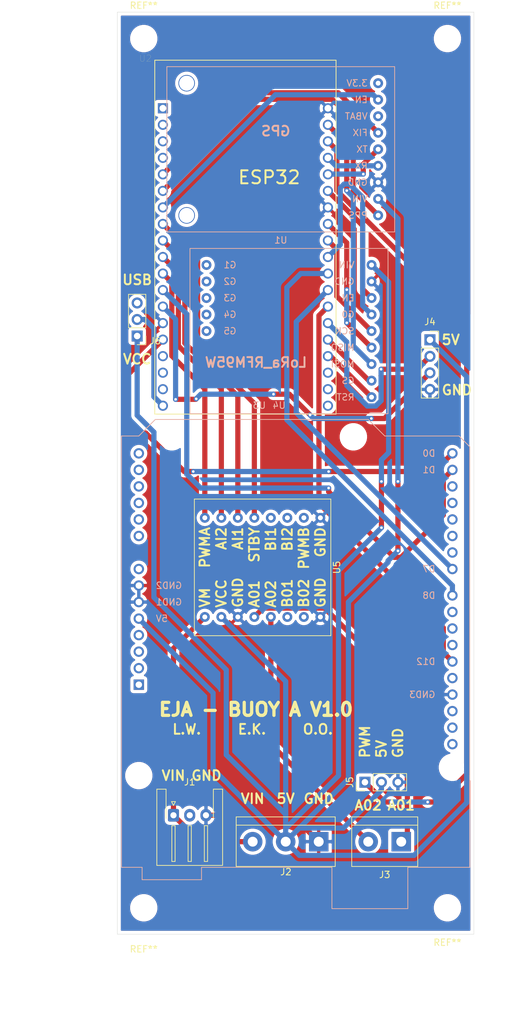
<source format=kicad_pcb>
(kicad_pcb (version 20171130) (host pcbnew 5.1.6-c6e7f7d~87~ubuntu20.04.1)
  (title_block (title Buoy) (date 2020-07-31) (rev "Leonardo Ward"))
  (layers (0 F.Cu signal) (31 B.Cu signal) (34 B.Paste user) (35 F.Paste user) (36 B.SilkS user) (37 F.SilkS user) (38 B.Mask user) (39 F.Mask user) (44 Edge.Cuts user))
  (net 0 "")
  (net 1 PPS_GPS)
  (net 2 5V)
  (net 3 GND)
  (net 4 RX_GPS)
  (net 5 TX_GPS)
  (net 6 FIX_GPS)
  (net 7 "Net-(U1-Pad3)")
  (net 8 EN_GPS)
  (net 9 "Net-(U1-Pad1)")
  (net 10 "Net-(U2-Pad1)")
  (net 11 "Net-(U2-Pad2)")
  (net 12 "Net-(U2-Pad3)")
  (net 13 "Net-(U2-Pad4)")
  (net 14 "Net-(U2-Pad16)")
  (net 15 "Net-(U2-Pad17)")
  (net 16 "Net-(U2-Pad18)")
  (net 17 MOSI_RFM95W)
  (net 18 EN_RFM95W)
  (net 19 MISO_RFM95W)
  (net 20 SCK_RFM95W)
  (net 21 CS_RFM95W)
  (net 22 RST_RFM95W)
  (net 23 "Net-(U2-Pad36)")
  (net 24 "Net-(U2-Pad37)")
  (net 25 "Net-(U2-Pad38)")
  (net 26 "Net-(U3-Pad10)")
  (net 27 "Net-(U3-Pad11)")
  (net 28 "Net-(U3-Pad12)")
  (net 29 "Net-(U3-Pad13)")
  (net 30 "Net-(U3-Pad14)")
  (net 31 VIN)
  (net 32 "Net-(J1-Pad2)")
  (net 33 "Net-(J3-Pad1)")
  (net 34 "Net-(J3-Pad2)")
  (net 35 STBY_TB6612FNG)
  (net 36 AIN1_TB6612FNG)
  (net 37 AIN2_TB6612FNG)
  (net 38 PWMA_TB6612FNG)
  (net 39 PWM_Servo)
  (net 40 "Net-(J6-Pad3)")
  (net 41 "Net-(J6-Pad2)")
  (net 42 RI_SIM7600CE)
  (net 43 DTR_SIM7600CE)
  (net 44 RX_SIM7600CE)
  (net 45 TX_SIM7600CE)
  (net 46 EN_SIM7600CE)
  (net 47 "Net-(U5-Pad6)")
  (net 48 "Net-(U5-Pad7)")
  (net 49 "Net-(U5-Pad10)")
  (net 50 "Net-(U5-Pad11)")
  (net 51 "Net-(U5-Pad12)")
  (net 52 IO0_ESP32)
  (net 53 IO12_ESP32)
  (net 54 IRQ_RFM95W)
  (module MountingHole:MountingHole_3.2mm_M3 (layer F.Cu) (at 107.9246 37.8714)
    (fp_text reference REF** (at 0 -5.08) (layer F.SilkS))
    (fp_text value MountingHole_3.2mm_M3)
    (pad 1 np_thru_hole circle (at 0 0) (size 3.2 3.2) (drill 3.2) (layers *.Cu *.Mask))
  )
  (module MountingHole:MountingHole_3.2mm_M3 (layer F.Cu) (at 154.6606 37.8714)
    (fp_text reference REF** (at 0 -5.08) (layer F.SilkS))
    (fp_text value MountingHole_3.2mm_M3)
    (pad 1 np_thru_hole circle (at 0 0) (size 3.2 3.2) (drill 3.2) (layers *.Cu *.Mask))
  )
  (module MountingHole:MountingHole_3.2mm_M3 (layer F.Cu) (at 154.6606 171.4754)
    (fp_text reference REF** (at 0 5.334) (layer F.SilkS))
    (fp_text value MountingHole_3.2mm_M3)
    (pad 1 np_thru_hole circle (at 0 0) (size 3.2 3.2) (drill 3.2) (layers *.Cu *.Mask))
  )
  (module MountingHole:MountingHole_3.2mm_M3 (layer F.Cu) (at 107.9246 171.4754)
    (fp_text reference REF** (at 0 6.35) (layer F.SilkS))
    (fp_text value MountingHole_3.2mm_M3)
    (pad 1 np_thru_hole circle (at 0 0) (size 3.2 3.2) (drill 3.2) (layers *.Cu *.Mask))
  )
  (module Footprints:SIM7600CE-T_Board (layer B.Cu) (at 129.2606 122.1994)
    (fp_text reference U4 (at -0.508 -27.94 -180) (layer B.SilkS) (effects (justify mirror)))
    (fp_text value SIM7600CE-T_Board)
    (fp_line (start 15.752 -23.244) (end 13.212 -25.784) (layer B.SilkS) (width 0.12))
    (fp_line (start 27.182 -23.244) (end 15.752 -23.244) (layer B.SilkS) (width 0.12))
    (fp_line (start 28.832 -21.594) (end 27.182 -23.244) (layer B.SilkS) (width 0.12))
    (fp_line (start 28.832 43.056) (end 28.832 -21.594) (layer B.SilkS) (width 0.12))
    (fp_line (start 19.302 43.056) (end 28.832 43.056) (layer B.SilkS) (width 0.12))
    (fp_line (start 19.302 49.406) (end 19.302 43.056) (layer B.SilkS) (width 0.12))
    (fp_line (start 7.622 49.406) (end 19.302 49.406) (layer B.SilkS) (width 0.12))
    (fp_line (start 7.622 43.056) (end 7.622 49.406) (layer B.SilkS) (width 0.12))
    (fp_line (start -12.448 43.056) (end 7.622 43.056) (layer B.SilkS) (width 0.12))
    (fp_line (start -12.448 44.956) (end -12.448 43.056) (layer B.SilkS) (width 0.12))
    (fp_line (start -21.588 44.956) (end -12.448 44.956) (layer B.SilkS) (width 0.12))
    (fp_line (start -21.588 43.056) (end -21.588 44.956) (layer B.SilkS) (width 0.12))
    (fp_line (start -24.768 43.056) (end -21.588 43.056) (layer B.SilkS) (width 0.12))
    (fp_line (start -24.768 -23.244) (end -24.768 43.056) (layer B.SilkS) (width 0.12))
    (fp_line (start -22.098 -23.244) (end -24.768 -23.244) (layer B.SilkS) (width 0.12))
    (fp_line (start -19.558 -25.784) (end -22.098 -23.244) (layer B.SilkS) (width 0.12))
    (fp_line (start 13.212 -25.784) (end -19.558 -25.784) (layer B.SilkS) (width 0.12))
    (fp_text user 5V (at -19.558 4.826) (layer B.SilkS) (effects (justify right mirror)))
    (fp_text user GND1 (at -19.558 2.286) (layer B.SilkS) (effects (justify right mirror)))
    (fp_text user GND2 (at -19.558 -0.254) (layer B.SilkS) (effects (justify right mirror)))
    (fp_text user D0 (at 23.622 -20.574) (layer B.SilkS) (effects (justify left mirror)))
    (fp_text user D1 (at 23.622 -18.034) (layer B.SilkS) (effects (justify left mirror)))
    (fp_text user D7 (at 23.622 -2.794) (layer B.SilkS) (effects (justify left mirror)))
    (fp_text user D8 (at 23.622 1.27) (layer B.SilkS) (effects (justify left mirror)))
    (fp_text user D12 (at 23.622 11.43) (layer B.SilkS) (effects (justify left mirror)))
    (fp_text user GND3 (at 23.622 16.51) (layer B.SilkS) (effects (justify left mirror)))
    (pad 32 thru_hole oval (at 26.162 24.126) (size 1.6 1.6) (drill 1) (layers *.Cu *.Mask))
    (pad 31 thru_hole oval (at 26.162 21.586) (size 1.6 1.6) (drill 1) (layers *.Cu *.Mask))
    (pad 1 thru_hole rect (at -22.098 14.986) (size 1.6 1.6) (drill 1) (layers *.Cu *.Mask))
    (pad 17 thru_hole oval (at 26.162 -15.494) (size 1.6 1.6) (drill 1) (layers *.Cu *.Mask))
    (pad 2 thru_hole oval (at -22.098 12.446) (size 1.6 1.6) (drill 1) (layers *.Cu *.Mask))
    (pad 18 thru_hole oval (at 26.162 -12.954) (size 1.6 1.6) (drill 1) (layers *.Cu *.Mask))
    (pad 3 thru_hole oval (at -22.098 9.906) (size 1.6 1.6) (drill 1) (layers *.Cu *.Mask))
    (pad 19 thru_hole oval (at 26.162 -10.414) (size 1.6 1.6) (drill 1) (layers *.Cu *.Mask))
    (pad 4 thru_hole oval (at -22.098 7.366) (size 1.6 1.6) (drill 1) (layers *.Cu *.Mask))
    (pad 20 thru_hole oval (at 26.162 -7.874) (size 1.6 1.6) (drill 1) (layers *.Cu *.Mask))
    (pad 5 thru_hole oval (at -22.098 4.826) (size 1.6 1.6) (drill 1) (layers *.Cu *.Mask) (net 2 5V))
    (pad 21 thru_hole oval (at 26.162 -5.334) (size 1.6 1.6) (drill 1) (layers *.Cu *.Mask))
    (pad 6 thru_hole oval (at -22.098 2.286) (size 1.6 1.6) (drill 1) (layers *.Cu *.Mask) (net 3 GND))
    (pad 22 thru_hole oval (at 26.162 -2.794) (size 1.6 1.6) (drill 1) (layers *.Cu *.Mask) (net 45 TX_SIM7600CE))
    (pad 7 thru_hole oval (at -22.098 -0.254) (size 1.6 1.6) (drill 1) (layers *.Cu *.Mask) (net 3 GND))
    (pad 23 thru_hole oval (at 26.162 1.266) (size 1.6 1.6) (drill 1) (layers *.Cu *.Mask) (net 44 RX_SIM7600CE))
    (pad 8 thru_hole oval (at -22.098 -2.794) (size 1.6 1.6) (drill 1) (layers *.Cu *.Mask))
    (pad 24 thru_hole oval (at 26.162 3.806) (size 1.6 1.6) (drill 1) (layers *.Cu *.Mask))
    (pad 9 thru_hole oval (at -22.098 -7.874) (size 1.6 1.6) (drill 1) (layers *.Cu *.Mask))
    (pad 25 thru_hole oval (at 26.162 6.346) (size 1.6 1.6) (drill 1) (layers *.Cu *.Mask))
    (pad 10 thru_hole oval (at -22.098 -10.414) (size 1.6 1.6) (drill 1) (layers *.Cu *.Mask))
    (pad 26 thru_hole oval (at 26.162 8.886) (size 1.6 1.6) (drill 1) (layers *.Cu *.Mask))
    (pad 11 thru_hole oval (at -22.098 -12.954) (size 1.6 1.6) (drill 1) (layers *.Cu *.Mask))
    (pad 27 thru_hole oval (at 26.162 11.426) (size 1.6 1.6) (drill 1) (layers *.Cu *.Mask) (net 46 EN_SIM7600CE))
    (pad 12 thru_hole oval (at -22.098 -15.494) (size 1.6 1.6) (drill 1) (layers *.Cu *.Mask))
    (pad 28 thru_hole oval (at 26.162 13.966) (size 1.6 1.6) (drill 1) (layers *.Cu *.Mask))
    (pad 13 thru_hole oval (at -22.098 -18.034) (size 1.6 1.6) (drill 1) (layers *.Cu *.Mask))
    (pad 29 thru_hole oval (at 26.162 16.506) (size 1.6 1.6) (drill 1) (layers *.Cu *.Mask) (net 3 GND))
    (pad 14 thru_hole oval (at -22.098 -20.574) (size 1.6 1.6) (drill 1) (layers *.Cu *.Mask))
    (pad 30 thru_hole oval (at 26.162 19.046) (size 1.6 1.6) (drill 1) (layers *.Cu *.Mask))
    (pad 15 thru_hole oval (at 26.162 -20.574) (size 1.6 1.6) (drill 1) (layers *.Cu *.Mask) (net 43 DTR_SIM7600CE))
    (pad 16 thru_hole oval (at 26.162 -18.034) (size 1.6 1.6) (drill 1) (layers *.Cu *.Mask) (net 42 RI_SIM7600CE))
    (pad "" np_thru_hole circle (at -22.098 28.956) (size 3.2 3.2) (drill 3.2) (layers *.Cu *.Mask))
    (pad "" np_thru_hole circle (at 26.162 27.686) (size 3.2 3.2) (drill 3.2) (layers *.Cu *.Mask))
    (pad "" np_thru_hole circle (at 10.922 -23.114) (size 3.2 3.2) (drill 3.2) (layers *.Cu *.Mask))
    (pad "" np_thru_hole circle (at -17.018 -23.114) (size 3.2 3.2) (drill 3.2) (layers *.Cu *.Mask))
  )
  (module Footprints:MODULE_ESP32-DEVKITC-32D (layer F.Cu) (at 123.566601 68.344401)
    (fp_text reference U2 (at -15.388001 -27.425001) (layer F.SilkS) (effects (font (size 1.000386 1.000386) (thickness 0.015))))
    (fp_text value ESP32-DEVKITC-32D)
    (fp_line (start 13.95 27.25) (end -13.95 27.25) (layer F.SilkS) (width 0.127))
    (fp_line (start 13.95 -27.15) (end 13.95 27.25) (layer F.SilkS) (width 0.127))
    (fp_line (start -13.95 -27.15) (end 13.95 -27.15) (layer F.SilkS) (width 0.127))
    (fp_line (start -13.95 27.25) (end -13.95 -27.15) (layer F.SilkS) (width 0.127))
    (pad 1 thru_hole rect (at -12.7 -19.76) (size 1.56 1.56) (drill 1.04) (layers *.Cu *.Mask) (net 10 "Net-(U2-Pad1)"))
    (pad 2 thru_hole circle (at -12.7 -17.22) (size 1.56 1.56) (drill 1.04) (layers *.Cu *.Mask) (net 11 "Net-(U2-Pad2)"))
    (pad 19 thru_hole circle (at -12.7 25.96) (size 1.56 1.56) (drill 1.04) (layers *.Cu *.Mask) (net 41 "Net-(J6-Pad2)"))
    (pad 3 thru_hole circle (at -12.7 -14.68) (size 1.56 1.56) (drill 1.04) (layers *.Cu *.Mask) (net 12 "Net-(U2-Pad3)"))
    (pad 4 thru_hole circle (at -12.7 -12.14) (size 1.56 1.56) (drill 1.04) (layers *.Cu *.Mask) (net 13 "Net-(U2-Pad4)"))
    (pad 5 thru_hole circle (at -12.7 -9.6) (size 1.56 1.56) (drill 1.04) (layers *.Cu *.Mask) (net 6 FIX_GPS))
    (pad 6 thru_hole circle (at -12.7 -7.06) (size 1.56 1.56) (drill 1.04) (layers *.Cu *.Mask) (net 1 PPS_GPS))
    (pad 7 thru_hole circle (at -12.7 -4.52) (size 1.56 1.56) (drill 1.04) (layers *.Cu *.Mask) (net 8 EN_GPS))
    (pad 8 thru_hole circle (at -12.7 -1.98) (size 1.56 1.56) (drill 1.04) (layers *.Cu *.Mask) (net 35 STBY_TB6612FNG))
    (pad 9 thru_hole circle (at -12.7 0.56) (size 1.56 1.56) (drill 1.04) (layers *.Cu *.Mask) (net 36 AIN1_TB6612FNG))
    (pad 10 thru_hole circle (at -12.7 3.1) (size 1.56 1.56) (drill 1.04) (layers *.Cu *.Mask) (net 37 AIN2_TB6612FNG))
    (pad 11 thru_hole circle (at -12.7 5.64) (size 1.56 1.56) (drill 1.04) (layers *.Cu *.Mask) (net 38 PWMA_TB6612FNG))
    (pad 12 thru_hole circle (at -12.7 8.18) (size 1.56 1.56) (drill 1.04) (layers *.Cu *.Mask) (net 42 RI_SIM7600CE))
    (pad 13 thru_hole circle (at -12.7 10.72) (size 1.56 1.56) (drill 1.04) (layers *.Cu *.Mask) (net 53 IO12_ESP32))
    (pad 14 thru_hole circle (at -12.7 13.26) (size 1.56 1.56) (drill 1.04) (layers *.Cu *.Mask) (net 3 GND))
    (pad 15 thru_hole circle (at -12.7 15.8) (size 1.56 1.56) (drill 1.04) (layers *.Cu *.Mask) (net 43 DTR_SIM7600CE))
    (pad 16 thru_hole circle (at -12.7 18.34) (size 1.56 1.56) (drill 1.04) (layers *.Cu *.Mask) (net 14 "Net-(U2-Pad16)"))
    (pad 17 thru_hole circle (at -12.7 20.88) (size 1.56 1.56) (drill 1.04) (layers *.Cu *.Mask) (net 15 "Net-(U2-Pad17)"))
    (pad 18 thru_hole circle (at -12.7 23.42) (size 1.56 1.56) (drill 1.04) (layers *.Cu *.Mask) (net 16 "Net-(U2-Pad18)"))
    (pad 20 thru_hole circle (at 12.7 -19.76) (size 1.56 1.56) (drill 1.04) (layers *.Cu *.Mask) (net 3 GND))
    (pad 21 thru_hole circle (at 12.7 -17.22) (size 1.56 1.56) (drill 1.04) (layers *.Cu *.Mask) (net 17 MOSI_RFM95W))
    (pad 22 thru_hole circle (at 12.7 -14.68) (size 1.56 1.56) (drill 1.04) (layers *.Cu *.Mask) (net 39 PWM_Servo))
    (pad 23 thru_hole circle (at 12.7 -12.14) (size 1.56 1.56) (drill 1.04) (layers *.Cu *.Mask) (net 4 RX_GPS))
    (pad 24 thru_hole circle (at 12.7 -9.6) (size 1.56 1.56) (drill 1.04) (layers *.Cu *.Mask) (net 5 TX_GPS))
    (pad 25 thru_hole circle (at 12.7 -7.06) (size 1.56 1.56) (drill 1.04) (layers *.Cu *.Mask) (net 18 EN_RFM95W))
    (pad 26 thru_hole circle (at 12.7 -4.52) (size 1.56 1.56) (drill 1.04) (layers *.Cu *.Mask) (net 3 GND))
    (pad 27 thru_hole circle (at 12.7 -1.98) (size 1.56 1.56) (drill 1.04) (layers *.Cu *.Mask) (net 19 MISO_RFM95W))
    (pad 28 thru_hole circle (at 12.7 0.56) (size 1.56 1.56) (drill 1.04) (layers *.Cu *.Mask) (net 20 SCK_RFM95W))
    (pad 29 thru_hole circle (at 12.7 3.1) (size 1.56 1.56) (drill 1.04) (layers *.Cu *.Mask) (net 54 IRQ_RFM95W))
    (pad 30 thru_hole circle (at 12.7 5.64) (size 1.56 1.56) (drill 1.04) (layers *.Cu *.Mask) (net 44 RX_SIM7600CE))
    (pad 31 thru_hole circle (at 12.7 8.18) (size 1.56 1.56) (drill 1.04) (layers *.Cu *.Mask) (net 45 TX_SIM7600CE))
    (pad 32 thru_hole circle (at 12.7 10.72) (size 1.56 1.56) (drill 1.04) (layers *.Cu *.Mask) (net 46 EN_SIM7600CE))
    (pad 33 thru_hole circle (at 12.7 13.26) (size 1.56 1.56) (drill 1.04) (layers *.Cu *.Mask) (net 52 IO0_ESP32))
    (pad 34 thru_hole circle (at 12.7 15.8) (size 1.56 1.56) (drill 1.04) (layers *.Cu *.Mask) (net 21 CS_RFM95W))
    (pad 35 thru_hole circle (at 12.7 18.34) (size 1.56 1.56) (drill 1.04) (layers *.Cu *.Mask) (net 22 RST_RFM95W))
    (pad 36 thru_hole circle (at 12.7 20.88) (size 1.56 1.56) (drill 1.04) (layers *.Cu *.Mask) (net 23 "Net-(U2-Pad36)"))
    (pad 37 thru_hole circle (at 12.7 23.42) (size 1.56 1.56) (drill 1.04) (layers *.Cu *.Mask) (net 24 "Net-(U2-Pad37)"))
    (pad 38 thru_hole circle (at 12.7 25.96) (size 1.56 1.56) (drill 1.04) (layers *.Cu *.Mask) (net 25 "Net-(U2-Pad38)"))
  )
  (module Footprints:Ultimate_GPS (layer F.Cu) (at 129.0066 54.8894)
    (fp_text reference U1 (at 0 13.97 180) (layer B.SilkS) (effects (justify mirror)))
    (fp_text value Ultimate_GPS)
    (fp_line (start -17.526 -12.7) (end -17.526 12.7) (layer B.SilkS) (width 0.12))
    (fp_line (start -17.526 12.7) (end 17.526 12.7) (layer B.SilkS) (width 0.12))
    (fp_line (start 17.526 12.7) (end 17.526 -12.7) (layer B.SilkS) (width 0.12))
    (fp_line (start 17.526 -12.7) (end -17.526 -12.7) (layer B.SilkS) (width 0.12))
    (fp_text user PPS (at 13.462 10.16 180) (layer B.SilkS) (effects (justify left mirror)))
    (fp_text user VIN (at 13.462 7.62 180) (layer B.SilkS) (effects (justify left mirror)))
    (fp_text user GND (at 13.462 5.08 180) (layer B.SilkS) (effects (justify left mirror)))
    (fp_text user RX (at 13.462 2.54 180) (layer B.SilkS) (effects (justify left mirror)))
    (fp_text user TX (at 13.462 0 180) (layer B.SilkS) (effects (justify left mirror)))
    (fp_text user FIX (at 13.462 -2.54 180) (layer B.SilkS) (effects (justify left mirror)))
    (fp_text user VBAT (at 13.462 -5.08 180) (layer B.SilkS) (effects (justify left mirror)))
    (fp_text user EN (at 13.462 -7.62 180) (layer B.SilkS) (effects (justify left mirror)))
    (fp_text user 3.3V (at 13.462 -10.16 180) (layer B.SilkS) (effects (justify left mirror)))
    (pad 11 thru_hole circle (at -14.478 -10.16 180) (size 2.54 2.54) (drill 2.286) (layers *.Cu *.Mask))
    (pad 10 thru_hole circle (at -14.478 10.16 180) (size 2.54 2.54) (drill 2.286) (layers *.Cu *.Mask))
    (pad 9 thru_hole circle (at 14.986 10.16 180) (size 1.524 1.524) (drill 0.762) (layers *.Cu *.Mask) (net 1 PPS_GPS))
    (pad 8 thru_hole circle (at 14.986 7.62 180) (size 1.524 1.524) (drill 0.762) (layers *.Cu *.Mask) (net 2 5V))
    (pad 7 thru_hole circle (at 14.986 5.08 180) (size 1.524 1.524) (drill 0.762) (layers *.Cu *.Mask) (net 3 GND))
    (pad 6 thru_hole circle (at 14.986 2.54 180) (size 1.524 1.524) (drill 0.762) (layers *.Cu *.Mask) (net 4 RX_GPS))
    (pad 5 thru_hole circle (at 14.986 0 180) (size 1.524 1.524) (drill 0.762) (layers *.Cu *.Mask) (net 5 TX_GPS))
    (pad 4 thru_hole circle (at 14.986 -2.54 180) (size 1.524 1.524) (drill 0.762) (layers *.Cu *.Mask) (net 6 FIX_GPS))
    (pad 3 thru_hole circle (at 14.986 -5.08 180) (size 1.524 1.524) (drill 0.762) (layers *.Cu *.Mask) (net 7 "Net-(U1-Pad3)"))
    (pad 2 thru_hole circle (at 14.986 -7.62 180) (size 1.524 1.524) (drill 0.762) (layers *.Cu *.Mask) (net 8 EN_GPS))
    (pad 1 thru_hole circle (at 14.986 -10.16 180) (size 1.524 1.524) (drill 0.762) (layers *.Cu *.Mask) (net 9 "Net-(U1-Pad1)"))
  )
  (module Footprints:RFM95W-Board (layer B.Cu) (at 130.2766 82.8294 180)
    (fp_text reference U3 (at 4.572 -11.43) (layer B.SilkS) (effects (justify mirror)))
    (fp_text value RFM95W_Board)
    (fp_line (start 15.24 12.7) (end -15.24 12.7) (layer B.SilkS) (width 0.12))
    (fp_line (start 15.24 -12.7) (end 15.24 12.7) (layer B.SilkS) (width 0.12))
    (fp_line (start -15.24 -12.7) (end 15.24 -12.7) (layer B.SilkS) (width 0.12))
    (fp_line (start -15.24 12.7) (end -15.24 -12.7) (layer B.SilkS) (width 0.12))
    (fp_text user VIN (at -10.16 10.16) (layer B.SilkS) (effects (justify left mirror)))
    (fp_text user GND (at -10.16 7.62) (layer B.SilkS) (effects (justify left mirror)))
    (fp_text user EN (at -10.16 5.08) (layer B.SilkS) (effects (justify left mirror)))
    (fp_text user G0 (at -10.16 2.54) (layer B.SilkS) (effects (justify left mirror)))
    (fp_text user SCK (at -10.16 0) (layer B.SilkS) (effects (justify left mirror)))
    (fp_text user MISO (at -10.16 -2.54) (layer B.SilkS) (effects (justify left mirror)))
    (fp_text user MOSI (at -10.16 -5.08) (layer B.SilkS) (effects (justify left mirror)))
    (fp_text user CS (at -10.16 -7.62) (layer B.SilkS) (effects (justify left mirror)))
    (fp_text user RST (at -10.16 -10.16) (layer B.SilkS) (effects (justify left mirror)))
    (fp_text user G1 (at 10.16 10.16) (layer B.SilkS) (effects (justify right mirror)))
    (fp_text user G2 (at 10.16 7.62) (layer B.SilkS) (effects (justify right mirror)))
    (fp_text user G3 (at 10.16 5.08) (layer B.SilkS) (effects (justify right mirror)))
    (fp_text user G4 (at 10.16 2.54) (layer B.SilkS) (effects (justify right mirror)))
    (fp_text user G5 (at 10.16 0) (layer B.SilkS) (effects (justify right mirror)))
    (pad 1 thru_hole circle (at -12.7 10.16 180) (size 1.524 1.524) (drill 0.762) (layers *.Cu *.Mask) (net 2 5V))
    (pad 2 thru_hole circle (at -12.7 7.62 180) (size 1.524 1.524) (drill 0.762) (layers *.Cu *.Mask) (net 3 GND))
    (pad 3 thru_hole circle (at -12.7 5.08 180) (size 1.524 1.524) (drill 0.762) (layers *.Cu *.Mask) (net 18 EN_RFM95W))
    (pad 4 thru_hole circle (at -12.7 2.54 180) (size 1.524 1.524) (drill 0.762) (layers *.Cu *.Mask) (net 54 IRQ_RFM95W))
    (pad 5 thru_hole circle (at -12.7 0 180) (size 1.524 1.524) (drill 0.762) (layers *.Cu *.Mask) (net 20 SCK_RFM95W))
    (pad 6 thru_hole circle (at -12.7 -2.54 180) (size 1.524 1.524) (drill 0.762) (layers *.Cu *.Mask) (net 19 MISO_RFM95W))
    (pad 7 thru_hole circle (at -12.7 -5.08 180) (size 1.524 1.524) (drill 0.762) (layers *.Cu *.Mask) (net 17 MOSI_RFM95W))
    (pad 8 thru_hole circle (at -12.7 -7.62 180) (size 1.524 1.524) (drill 0.762) (layers *.Cu *.Mask) (net 21 CS_RFM95W))
    (pad 9 thru_hole circle (at -12.7 -10.16 180) (size 1.524 1.524) (drill 0.762) (layers *.Cu *.Mask) (net 22 RST_RFM95W))
    (pad 10 thru_hole circle (at 12.7 0 180) (size 1.524 1.524) (drill 0.762) (layers *.Cu *.Mask) (net 26 "Net-(U3-Pad10)"))
    (pad 11 thru_hole circle (at 12.7 2.54 180) (size 1.524 1.524) (drill 0.762) (layers *.Cu *.Mask) (net 27 "Net-(U3-Pad11)"))
    (pad 12 thru_hole circle (at 12.7 5.08 180) (size 1.524 1.524) (drill 0.762) (layers *.Cu *.Mask) (net 28 "Net-(U3-Pad12)"))
    (pad 13 thru_hole circle (at 12.7 7.62 180) (size 1.524 1.524) (drill 0.762) (layers *.Cu *.Mask) (net 29 "Net-(U3-Pad13)"))
    (pad 14 thru_hole circle (at 12.7 10.16 180) (size 1.524 1.524) (drill 0.762) (layers *.Cu *.Mask) (net 30 "Net-(U3-Pad14)"))
  )
  (module Connector_JST:JST_XH_S3B-XH-A-1_1x03_P2.50mm_Horizontal (layer F.Cu) (at 112.4966 157.2514)
    (fp_text reference J1 (at 2.5 -5.1) (layer F.SilkS))
    (fp_text value Conn_Battery_JST)
    (fp_line (start 2.5 7.71) (end -2.56 7.71) (layer F.SilkS) (width 0.12))
    (fp_line (start -2.56 7.71) (end -2.56 -4.01) (layer F.SilkS) (width 0.12))
    (fp_line (start -2.56 -4.01) (end -1.14 -4.01) (layer F.SilkS) (width 0.12))
    (fp_line (start -1.14 -4.01) (end -1.14 0.49) (layer F.SilkS) (width 0.12))
    (fp_line (start 2.5 7.71) (end 7.56 7.71) (layer F.SilkS) (width 0.12))
    (fp_line (start 7.56 7.71) (end 7.56 -4.01) (layer F.SilkS) (width 0.12))
    (fp_line (start 7.56 -4.01) (end 6.14 -4.01) (layer F.SilkS) (width 0.12))
    (fp_line (start 6.14 -4.01) (end 6.14 0.49) (layer F.SilkS) (width 0.12))
    (fp_line (start -0.25 1.6) (end -0.25 7.1) (layer F.SilkS) (width 0.12))
    (fp_line (start -0.25 7.1) (end 0.25 7.1) (layer F.SilkS) (width 0.12))
    (fp_line (start 0.25 7.1) (end 0.25 1.6) (layer F.SilkS) (width 0.12))
    (fp_line (start 0.25 1.6) (end -0.25 1.6) (layer F.SilkS) (width 0.12))
    (fp_line (start 2.25 1.6) (end 2.25 7.1) (layer F.SilkS) (width 0.12))
    (fp_line (start 2.25 7.1) (end 2.75 7.1) (layer F.SilkS) (width 0.12))
    (fp_line (start 2.75 7.1) (end 2.75 1.6) (layer F.SilkS) (width 0.12))
    (fp_line (start 2.75 1.6) (end 2.25 1.6) (layer F.SilkS) (width 0.12))
    (fp_line (start 4.75 1.6) (end 4.75 7.1) (layer F.SilkS) (width 0.12))
    (fp_line (start 4.75 7.1) (end 5.25 7.1) (layer F.SilkS) (width 0.12))
    (fp_line (start 5.25 7.1) (end 5.25 1.6) (layer F.SilkS) (width 0.12))
    (fp_line (start 5.25 1.6) (end 4.75 1.6) (layer F.SilkS) (width 0.12))
    (fp_line (start 0 -1.5) (end -0.3 -2.1) (layer F.SilkS) (width 0.12))
    (fp_line (start -0.3 -2.1) (end 0.3 -2.1) (layer F.SilkS) (width 0.12))
    (fp_line (start 0.3 -2.1) (end 0 -1.5) (layer F.SilkS) (width 0.12))
    (pad 1 thru_hole roundrect (at 0 0) (size 1.7 1.95) (drill 0.95) (layers *.Cu *.Mask) (roundrect_rratio 0.147059) (net 31 VIN))
    (pad 2 thru_hole oval (at 2.5 0) (size 1.7 1.95) (drill 0.95) (layers *.Cu *.Mask) (net 32 "Net-(J1-Pad2)"))
    (pad 3 thru_hole oval (at 5 0) (size 1.7 1.95) (drill 0.95) (layers *.Cu *.Mask) (net 3 GND))
  )
  (module TerminalBlock:TerminalBlock_bornier-3_P5.08mm (layer F.Cu) (at 134.8486 161.3154 180)
    (fp_text reference J2 (at 5.05 -4.65) (layer F.SilkS))
    (fp_text value Conn_Battery_Terminal_Block)
    (fp_line (start -2.54 3.81) (end -2.54 -3.81) (layer F.SilkS) (width 0.12))
    (fp_line (start 12.7 3.81) (end 12.7 -3.81) (layer F.SilkS) (width 0.12))
    (fp_line (start -2.54 2.54) (end 12.7 2.54) (layer F.SilkS) (width 0.12))
    (fp_line (start -2.54 -3.81) (end 12.7 -3.81) (layer F.SilkS) (width 0.12))
    (fp_line (start -2.54 3.81) (end 12.7 3.81) (layer F.SilkS) (width 0.12))
    (pad 1 thru_hole rect (at 0 0 180) (size 3 3) (drill 1.52) (layers *.Cu *.Mask) (net 3 GND))
    (pad 2 thru_hole circle (at 5.08 0 180) (size 3 3) (drill 1.52) (layers *.Cu *.Mask) (net 2 5V))
    (pad 3 thru_hole circle (at 10.16 0 180) (size 3 3) (drill 1.52) (layers *.Cu *.Mask) (net 31 VIN))
  )
  (module TerminalBlock:TerminalBlock_bornier-2_P5.08mm (layer F.Cu) (at 147.5486 161.3154 180)
    (fp_text reference J3 (at 2.54 -5.08) (layer F.SilkS))
    (fp_text value Conn_DC_Motor_A)
    (fp_line (start 7.62 2.54) (end -2.54 2.54) (layer F.SilkS) (width 0.12))
    (fp_line (start 7.62 3.81) (end 7.62 -3.81) (layer F.SilkS) (width 0.12))
    (fp_line (start 7.62 -3.81) (end -2.54 -3.81) (layer F.SilkS) (width 0.12))
    (fp_line (start -2.54 -3.81) (end -2.54 3.81) (layer F.SilkS) (width 0.12))
    (fp_line (start -2.54 3.81) (end 7.62 3.81) (layer F.SilkS) (width 0.12))
    (pad 1 thru_hole rect (at 0 0 180) (size 3 3) (drill 1.52) (layers *.Cu *.Mask) (net 33 "Net-(J3-Pad1)"))
    (pad 2 thru_hole circle (at 5.08 0 180) (size 3 3) (drill 1.52) (layers *.Cu *.Mask) (net 34 "Net-(J3-Pad2)"))
  )
  (module Footprints:TB6612FNG (layer F.Cu) (at 126.2126 119.1514 90)
    (fp_text reference U5 (at 0 11.43 90) (layer F.SilkS))
    (fp_text value TB6612FNG)
    (fp_line (start -10.5 -10.5) (end -10.5 10.5) (layer F.SilkS) (width 0.12))
    (fp_line (start -10.5 10.5) (end 10.5 10.5) (layer F.SilkS) (width 0.12))
    (fp_line (start 10.5 10.5) (end 10.5 -10.5) (layer F.SilkS) (width 0.12))
    (fp_line (start 10.5 -10.5) (end -10.5 -10.5) (layer F.SilkS) (width 0.12))
    (fp_text user VM (at -6.35 -8.89 90) (layer F.SilkS) (effects (font (size 1.5 1.5) (thickness 0.3)) (justify left)))
    (fp_text user VCC (at -6.35 -6.35 90) (layer F.SilkS) (effects (font (size 1.5 1.5) (thickness 0.3)) (justify left)))
    (fp_text user GND (at -6.35 -3.81 90) (layer F.SilkS) (effects (font (size 1.5 1.5) (thickness 0.3)) (justify left)))
    (fp_text user A01 (at -6.35 -1.27 90) (layer F.SilkS) (effects (font (size 1.5 1.5) (thickness 0.3)) (justify left)))
    (fp_text user A02 (at -6.35 1.27 90) (layer F.SilkS) (effects (font (size 1.5 1.5) (thickness 0.3)) (justify left)))
    (fp_text user B01 (at -6.35 3.81 90) (layer F.SilkS) (effects (font (size 1.5 1.5) (thickness 0.3)) (justify left)))
    (fp_text user B02 (at -6.35 6.35 90) (layer F.SilkS) (effects (font (size 1.5 1.5) (thickness 0.3)) (justify left)))
    (fp_text user GND (at -6.35 8.89 90) (layer F.SilkS) (effects (font (size 1.5 1.5) (thickness 0.3)) (justify left)))
    (fp_text user PWMA (at 6.35 -8.89 90) (layer F.SilkS) (effects (font (size 1.5 1.5) (thickness 0.3)) (justify right)))
    (fp_text user AI2 (at 6.35 -6.35 90) (layer F.SilkS) (effects (font (size 1.5 1.5) (thickness 0.3)) (justify right)))
    (fp_text user AI1 (at 6.35 -3.81 90) (layer F.SilkS) (effects (font (size 1.5 1.5) (thickness 0.3)) (justify right)))
    (fp_text user STBY (at 6.35 -1.27 90) (layer F.SilkS) (effects (font (size 1.5 1.5) (thickness 0.3)) (justify right)))
    (fp_text user BI1 (at 6.35 1.27 90) (layer F.SilkS) (effects (font (size 1.5 1.5) (thickness 0.3)) (justify right)))
    (fp_text user BI2 (at 6.35 3.81 90) (layer F.SilkS) (effects (font (size 1.5 1.5) (thickness 0.3)) (justify right)))
    (fp_text user PWMB (at 6.35 6.35 90) (layer F.SilkS) (effects (font (size 1.5 1.5) (thickness 0.3)) (justify right)))
    (fp_text user GND (at 6.35 8.89 90) (layer F.SilkS) (effects (font (size 1.5 1.5) (thickness 0.3)) (justify right)))
    (pad 1 thru_hole circle (at -7.62 -8.89 90) (size 1.524 1.524) (drill 0.762) (layers *.Cu *.Mask) (net 31 VIN))
    (pad 2 thru_hole circle (at -7.62 -6.35 90) (size 1.524 1.524) (drill 0.762) (layers *.Cu *.Mask) (net 2 5V))
    (pad 3 thru_hole circle (at -7.62 -3.81 90) (size 1.524 1.524) (drill 0.762) (layers *.Cu *.Mask) (net 3 GND))
    (pad 4 thru_hole circle (at -7.62 -1.27 90) (size 1.524 1.524) (drill 0.762) (layers *.Cu *.Mask) (net 33 "Net-(J3-Pad1)"))
    (pad 5 thru_hole circle (at -7.62 1.27 90) (size 1.524 1.524) (drill 0.762) (layers *.Cu *.Mask) (net 34 "Net-(J3-Pad2)"))
    (pad 6 thru_hole circle (at -7.62 3.81 90) (size 1.524 1.524) (drill 0.762) (layers *.Cu *.Mask) (net 47 "Net-(U5-Pad6)"))
    (pad 7 thru_hole circle (at -7.62 6.35 90) (size 1.524 1.524) (drill 0.762) (layers *.Cu *.Mask) (net 48 "Net-(U5-Pad7)"))
    (pad 8 thru_hole circle (at -7.62 8.89 90) (size 1.524 1.524) (drill 0.762) (layers *.Cu *.Mask) (net 3 GND))
    (pad 9 thru_hole circle (at 7.62 8.89 90) (size 1.524 1.524) (drill 0.762) (layers *.Cu *.Mask) (net 3 GND))
    (pad 10 thru_hole circle (at 7.62 6.35 90) (size 1.524 1.524) (drill 0.762) (layers *.Cu *.Mask) (net 49 "Net-(U5-Pad10)"))
    (pad 11 thru_hole circle (at 7.62 3.81 90) (size 1.524 1.524) (drill 0.762) (layers *.Cu *.Mask) (net 50 "Net-(U5-Pad11)"))
    (pad 12 thru_hole circle (at 7.62 1.27 90) (size 1.524 1.524) (drill 0.762) (layers *.Cu *.Mask) (net 51 "Net-(U5-Pad12)"))
    (pad 13 thru_hole circle (at 7.62 -1.27 90) (size 1.524 1.524) (drill 0.762) (layers *.Cu *.Mask) (net 35 STBY_TB6612FNG))
    (pad 14 thru_hole circle (at 7.62 -3.81 90) (size 1.524 1.524) (drill 0.762) (layers *.Cu *.Mask) (net 36 AIN1_TB6612FNG))
    (pad 15 thru_hole circle (at 7.62 -6.35 90) (size 1.524 1.524) (drill 0.762) (layers *.Cu *.Mask) (net 37 AIN2_TB6612FNG))
    (pad 16 thru_hole circle (at 7.62 -8.89 90) (size 1.524 1.524) (drill 0.762) (layers *.Cu *.Mask) (net 38 PWMA_TB6612FNG))
  )
  (module Connector_PinHeader_2.54mm:PinHeader_1x03_P2.54mm_Vertical (layer F.Cu) (at 141.9606 152.1714 90)
    (fp_text reference J5 (at 0 -2.33 90) (layer F.SilkS))
    (fp_text value Conn_Servo)
    (fp_line (start -1.33 6.41) (end 1.33 6.41) (layer F.SilkS) (width 0.12))
    (fp_line (start -1.33 1.27) (end -1.33 6.41) (layer F.SilkS) (width 0.12))
    (fp_line (start 1.33 1.27) (end 1.33 6.41) (layer F.SilkS) (width 0.12))
    (fp_line (start -1.33 1.27) (end 1.33 1.27) (layer F.SilkS) (width 0.12))
    (fp_line (start -1.33 0) (end -1.33 -1.33) (layer F.SilkS) (width 0.12))
    (fp_line (start -1.33 -1.33) (end 0 -1.33) (layer F.SilkS) (width 0.12))
    (pad 1 thru_hole rect (at 0 0 90) (size 1.7 1.7) (drill 1) (layers *.Cu *.Mask) (net 39 PWM_Servo))
    (pad 2 thru_hole oval (at 0 2.54 90) (size 1.7 1.7) (drill 1) (layers *.Cu *.Mask) (net 2 5V))
    (pad 3 thru_hole oval (at 0 5.08 90) (size 1.7 1.7) (drill 1) (layers *.Cu *.Mask) (net 3 GND))
  )
  (module Connector_PinHeader_2.54mm:PinHeader_1x03_P2.54mm_Vertical (layer F.Cu) (at 106.9086 83.5914 180)
    (fp_text reference J6 (at -2.794 -0.762) (layer F.SilkS))
    (fp_text value Conn_VCC_ESP32)
    (fp_line (start -1.33 -1.33) (end 0 -1.33) (layer F.SilkS) (width 0.12))
    (fp_line (start -1.33 0) (end -1.33 -1.33) (layer F.SilkS) (width 0.12))
    (fp_line (start -1.33 1.27) (end 1.33 1.27) (layer F.SilkS) (width 0.12))
    (fp_line (start 1.33 1.27) (end 1.33 6.41) (layer F.SilkS) (width 0.12))
    (fp_line (start -1.33 1.27) (end -1.33 6.41) (layer F.SilkS) (width 0.12))
    (fp_line (start -1.33 6.41) (end 1.33 6.41) (layer F.SilkS) (width 0.12))
    (pad 3 thru_hole oval (at 0 5.08 180) (size 1.7 1.7) (drill 1) (layers *.Cu *.Mask) (net 40 "Net-(J6-Pad3)"))
    (pad 2 thru_hole oval (at 0 2.54 180) (size 1.7 1.7) (drill 1) (layers *.Cu *.Mask) (net 41 "Net-(J6-Pad2)"))
    (pad 1 thru_hole rect (at 0 0 180) (size 1.7 1.7) (drill 1) (layers *.Cu *.Mask) (net 2 5V))
  )
  (module Connector_PinSocket_2.54mm:PinSocket_1x04_P2.54mm_Vertical (layer F.Cu) (at 151.9682 84.1756)
    (fp_text reference J4 (at 0 -2.77) (layer F.SilkS))
    (fp_text value Conn_Extras)
    (fp_line (start -1.33 1.27) (end 1.33 1.27) (layer F.SilkS) (width 0.12))
    (fp_line (start -1.33 1.27) (end -1.33 8.95) (layer F.SilkS) (width 0.12))
    (fp_line (start -1.33 8.95) (end 1.33 8.95) (layer F.SilkS) (width 0.12))
    (fp_line (start 1.33 1.27) (end 1.33 8.95) (layer F.SilkS) (width 0.12))
    (fp_line (start 1.33 -1.33) (end 1.33 0) (layer F.SilkS) (width 0.12))
    (fp_line (start 0 -1.33) (end 1.33 -1.33) (layer F.SilkS) (width 0.12))
    (pad 1 thru_hole rect (at 0 0) (size 1.7 1.7) (drill 1) (layers *.Cu *.Mask) (net 2 5V))
    (pad 2 thru_hole oval (at 0 2.54) (size 1.7 1.7) (drill 1) (layers *.Cu *.Mask) (net 52 IO0_ESP32))
    (pad 3 thru_hole oval (at 0 5.08) (size 1.7 1.7) (drill 1) (layers *.Cu *.Mask) (net 53 IO12_ESP32))
    (pad 4 thru_hole oval (at 0 7.62) (size 1.7 1.7) (drill 1) (layers *.Cu *.Mask) (net 3 GND))
  )
  (gr_text 5V (at 155.1686 84.1756) (layer F.SilkS) (effects (font (size 1.5 1.5) (thickness 0.3))))
  (gr_text GND (at 156.1084 91.8972) (layer F.SilkS) (effects (font (size 1.5 1.5) (thickness 0.3))))
  (gr_text "L.W.     E.K.     O.O." (at 124.6886 144.0434) (layer F.SilkS) (effects (font (size 1.5 1.5) (thickness 0.3))))
  (gr_text "EJA - BUOY A V1.0" (at 125.1966 140.9954) (layer F.SilkS) (effects (font (size 2 2) (thickness 0.5))))
  (gr_line (start 158.7246 175.5394) (end 103.8606 175.5394) (layer Edge.Cuts) (width 0.05))
  (gr_line (start 158.7246 33.8074) (end 158.7246 175.5394) (layer Edge.Cuts) (width 0.05))
  (gr_line (start 103.8606 33.8074) (end 158.7246 33.8074) (layer Edge.Cuts) (width 0.05))
  (gr_line (start 103.8606 175.5394) (end 103.8606 33.8074) (layer Edge.Cuts) (width 0.05))
  (gr_text GND (at 147.0406 148.6154 90) (layer F.SilkS) (effects (font (size 1.5 1.5) (thickness 0.3)) (justify left)))
  (gr_text 5V (at 144.5006 148.6154 90) (layer F.SilkS) (effects (font (size 1.5 1.5) (thickness 0.3)) (justify left)))
  (gr_text PWM (at 141.9606 148.6154 90) (layer F.SilkS) (effects (font (size 1.5 1.5) (thickness 0.3)) (justify left)))
  (gr_text A02 (at 142.4686 155.7274) (layer F.SilkS) (effects (font (size 1.5 1.5) (thickness 0.3))))
  (gr_text A01 (at 147.5486 155.7274) (layer F.SilkS) (effects (font (size 1.5 1.5) (thickness 0.3))))
  (gr_text 5V (at 129.7686 154.7114) (layer F.SilkS) (effects (font (size 1.5 1.5) (thickness 0.3))))
  (gr_text GND (at 117.5766 151.1554) (layer F.SilkS) (effects (font (size 1.5 1.5) (thickness 0.3))))
  (gr_text USB (at 106.9086 74.9554) (layer F.SilkS) (effects (font (size 1.5 1.5) (thickness 0.3))))
  (gr_text VCC (at 106.9086 87.1474) (layer F.SilkS) (effects (font (size 1.5 1.5) (thickness 0.3))))
  (gr_text GND (at 134.8486 154.7114) (layer F.SilkS) (effects (font (size 1.5 1.5) (thickness 0.3))))
  (gr_text VIN (at 124.6886 154.7114) (layer F.SilkS) (effects (font (size 1.5 1.5) (thickness 0.3))))
  (gr_text VIN (at 112.4966 151.1554) (layer F.SilkS) (effects (font (size 1.5 1.5) (thickness 0.3))))
  (gr_text GPS (at 128.2446 52.0954) (layer B.SilkS) (effects (font (size 1.5 1.5) (thickness 0.3)) (justify mirror)))
  (gr_text LoRa_RFM95W (at 125.1966 87.6554) (layer B.SilkS) (effects (font (size 1.5 1.5) (thickness 0.3)) (justify mirror)))
  (gr_text ESP32 (at 127.2286 59.2074) (layer F.SilkS) (effects (font (size 2 2) (thickness 0.3))))
  (segment (start 124.946602 47.2044) (end 110.866601 61.284401) (width 0.8) (layer F.Cu) (net 1))
  (segment (start 136.929002 47.2044) (end 124.946602 47.2044) (width 0.8) (layer F.Cu) (net 1))
  (segment (start 140.16661 50.442008) (end 136.929002 47.2044) (width 0.8) (layer F.Cu) (net 1))
  (segment (start 140.16661 61.22341) (end 140.16661 50.442008) (width 0.8) (layer F.Cu) (net 1))
  (segment (start 143.9926 65.0494) (end 140.16661 61.22341) (width 0.8) (layer F.Cu) (net 1))
  (segment (start 145.608601 75.301401) (end 142.9766 72.6694) (width 0.8) (layer B.Cu) (net 2))
  (segment (start 145.608601 101.517161) (end 145.608601 75.301401) (width 0.8) (layer B.Cu) (net 2))
  (segment (start 147.0406 65.5574) (end 143.9926 62.5094) (width 0.8) (layer B.Cu) (net 2))
  (segment (start 147.0406 102.3874) (end 147.0406 65.5574) (width 0.8) (layer B.Cu) (net 2))
  (segment (start 129.7686 136.6774) (end 119.8626 126.7714) (width 0.8) (layer B.Cu) (net 2))
  (segment (start 129.7686 161.3154) (end 129.7686 136.6774) (width 0.8) (layer B.Cu) (net 2))
  (segment (start 129.7686 161.3154) (end 118.5926 150.1394) (width 0.8) (layer B.Cu) (net 2))
  (segment (start 118.5926 138.4554) (end 107.1626 127.0254) (width 0.8) (layer B.Cu) (net 2))
  (segment (start 118.5926 150.1394) (end 118.5926 138.4554) (width 0.8) (layer B.Cu) (net 2))
  (segment (start 144.5006 153.373481) (end 144.5006 152.1714) (width 0.8) (layer B.Cu) (net 2))
  (segment (start 138.658682 159.215399) (end 144.5006 153.373481) (width 0.8) (layer B.Cu) (net 2))
  (segment (start 131.868601 159.215399) (end 138.658682 159.215399) (width 0.8) (layer B.Cu) (net 2))
  (segment (start 129.7686 161.3154) (end 131.868601 159.215399) (width 0.8) (layer B.Cu) (net 2))
  (via (at 147.0406 105.9434) (size 0.8) (drill 0.4) (layers F.Cu B.Cu) (net 2))
  (segment (start 147.0406 102.3874) (end 147.0406 105.9434) (width 0.8) (layer B.Cu) (net 2))
  (segment (start 145.5166 118.373162) (end 139.4206 124.469162) (width 0.8) (layer B.Cu) (net 2))
  (segment (start 139.4206 151.6634) (end 129.7686 161.3154) (width 0.8) (layer B.Cu) (net 2))
  (segment (start 139.4206 124.469162) (end 139.4206 151.6634) (width 0.8) (layer B.Cu) (net 2))
  (segment (start 137.8966 120.1674) (end 137.8966 151.1554) (width 0.8) (layer B.Cu) (net 2))
  (segment (start 129.7686 159.2834) (end 129.7686 161.3154) (width 0.8) (layer B.Cu) (net 2))
  (segment (start 137.8966 151.1554) (end 129.7686 159.2834) (width 0.8) (layer B.Cu) (net 2))
  (via (at 147.0406 116.6114) (size 0.8) (drill 0.4) (layers F.Cu B.Cu) (net 2))
  (segment (start 145.5166 118.1354) (end 147.0406 116.6114) (width 0.8) (layer B.Cu) (net 2))
  (segment (start 145.5166 118.373162) (end 145.5166 118.1354) (width 0.8) (layer B.Cu) (net 2))
  (segment (start 147.0406 116.6114) (end 147.0406 105.9434) (width 0.8) (layer F.Cu) (net 2))
  (via (at 144.5006 113.0554) (size 0.8) (drill 0.4) (layers F.Cu B.Cu) (net 2))
  (segment (start 137.8966 119.6594) (end 144.5006 113.0554) (width 0.8) (layer B.Cu) (net 2))
  (segment (start 137.8966 120.1674) (end 137.8966 119.6594) (width 0.8) (layer B.Cu) (net 2))
  (via (at 144.5006 105.9434) (size 0.8) (drill 0.4) (layers F.Cu B.Cu) (net 2))
  (segment (start 144.5006 113.0554) (end 144.5006 105.9434) (width 0.8) (layer F.Cu) (net 2))
  (segment (start 144.5006 102.625162) (end 145.608601 101.517161) (width 0.8) (layer B.Cu) (net 2))
  (segment (start 144.5006 105.9434) (end 144.5006 102.625162) (width 0.8) (layer B.Cu) (net 2))
  (segment (start 106.9086 95.7834) (end 106.9086 83.5914) (width 0.8) (layer B.Cu) (net 2))
  (segment (start 109.4866 98.3614) (end 106.9086 95.7834) (width 0.8) (layer B.Cu) (net 2))
  (segment (start 109.4866 123.7614) (end 109.4866 98.3614) (width 0.8) (layer B.Cu) (net 2))
  (segment (start 120.6246 134.8994) (end 109.4866 123.7614) (width 0.8) (layer B.Cu) (net 2))
  (segment (start 120.6246 147.967398) (end 120.6246 134.8994) (width 0.8) (layer B.Cu) (net 2))
  (segment (start 129.7686 157.111398) (end 120.6246 147.967398) (width 0.8) (layer B.Cu) (net 2))
  (segment (start 129.7686 161.3154) (end 129.7686 157.111398) (width 0.8) (layer B.Cu) (net 2))
  (segment (start 129.7686 161.3154) (end 129.7686 156.5656) (width 0.8) (layer B.Cu) (net 2))
  (segment (start 157.622601 89.830001) (end 151.9682 84.1756) (width 0.8) (layer B.Cu) (net 2))
  (segment (start 157.622601 155.321401) (end 157.622601 89.830001) (width 0.8) (layer B.Cu) (net 2))
  (segment (start 149.528601 163.415401) (end 157.622601 155.321401) (width 0.8) (layer B.Cu) (net 2))
  (segment (start 131.868601 163.415401) (end 149.528601 163.415401) (width 0.8) (layer B.Cu) (net 2))
  (segment (start 129.7686 161.3154) (end 131.868601 163.415401) (width 0.8) (layer B.Cu) (net 2))
  (segment (start 130.7846 157.2514) (end 134.8486 161.3154) (width 0.8) (layer F.Cu) (net 3))
  (segment (start 117.4966 157.2514) (end 130.7846 157.2514) (width 0.8) (layer F.Cu) (net 3))
  (segment (start 137.4916 57.4294) (end 136.266601 56.204401) (width 0.8) (layer B.Cu) (net 4))
  (segment (start 143.9926 57.4294) (end 137.4916 57.4294) (width 0.8) (layer B.Cu) (net 4))
  (via (at 141.7066 58.6994) (size 0.8) (drill 0.4) (layers F.Cu B.Cu) (net 5))
  (segment (start 141.7066 57.1754) (end 141.7066 58.6994) (width 0.8) (layer F.Cu) (net 5))
  (segment (start 143.9926 54.8894) (end 141.7066 57.1754) (width 0.8) (layer F.Cu) (net 5))
  (segment (start 136.311602 58.6994) (end 136.266601 58.744401) (width 0.8) (layer B.Cu) (net 5))
  (segment (start 141.7066 58.6994) (end 136.311602 58.6994) (width 0.8) (layer B.Cu) (net 5))
  (segment (start 123.406612 46.20439) (end 110.866601 58.744401) (width 0.8) (layer F.Cu) (net 6))
  (segment (start 137.84759 46.20439) (end 123.406612 46.20439) (width 0.8) (layer F.Cu) (net 6))
  (segment (start 143.9926 52.3494) (end 137.84759 46.20439) (width 0.8) (layer F.Cu) (net 6))
  (segment (start 128.183601 46.507401) (end 110.866601 63.824401) (width 0.8) (layer B.Cu) (net 8))
  (segment (start 143.230601 46.507401) (end 128.183601 46.507401) (width 0.8) (layer B.Cu) (net 8))
  (segment (start 143.9926 47.2694) (end 143.230601 46.507401) (width 0.8) (layer B.Cu) (net 8))
  (via (at 139.1666 61.2394) (size 0.8) (drill 0.4) (layers F.Cu B.Cu) (net 17))
  (segment (start 140.16661 62.23941) (end 139.1666 61.2394) (width 0.8) (layer B.Cu) (net 17))
  (segment (start 140.16661 85.09941) (end 140.16661 62.23941) (width 0.8) (layer B.Cu) (net 17))
  (segment (start 142.9766 87.9094) (end 140.16661 85.09941) (width 0.8) (layer B.Cu) (net 17))
  (segment (start 139.1666 54.0244) (end 136.266601 51.124401) (width 0.8) (layer F.Cu) (net 17))
  (segment (start 139.1666 61.2394) (end 139.1666 54.0244) (width 0.8) (layer F.Cu) (net 17))
  (segment (start 141.614599 66.632399) (end 136.266601 61.284401) (width 0.8) (layer F.Cu) (net 18))
  (segment (start 141.614599 76.387399) (end 141.614599 66.632399) (width 0.8) (layer F.Cu) (net 18))
  (segment (start 142.9766 77.7494) (end 141.614599 76.387399) (width 0.8) (layer F.Cu) (net 18))
  (via (at 139.1666 76.4794) (size 0.8) (drill 0.4) (layers F.Cu B.Cu) (net 19))
  (segment (start 139.1666 69.2644) (end 139.1666 76.4794) (width 0.8) (layer F.Cu) (net 19))
  (segment (start 136.266601 66.364401) (end 139.1666 69.2644) (width 0.8) (layer F.Cu) (net 19))
  (via (at 139.1666 81.5594) (size 0.8) (drill 0.4) (layers F.Cu B.Cu) (net 19))
  (segment (start 139.1666 76.4794) (end 139.1666 81.5594) (width 0.8) (layer B.Cu) (net 19))
  (segment (start 139.1666 81.5594) (end 142.9766 85.3694) (width 0.8) (layer F.Cu) (net 19))
  (segment (start 137.646602 77.499402) (end 142.9766 82.8294) (width 0.8) (layer F.Cu) (net 20))
  (segment (start 137.646602 70.284402) (end 137.646602 77.499402) (width 0.8) (layer F.Cu) (net 20))
  (segment (start 136.266601 68.904401) (end 137.646602 70.284402) (width 0.8) (layer F.Cu) (net 20))
  (segment (start 142.5716 90.4494) (end 142.9766 90.4494) (width 0.8) (layer F.Cu) (net 21))
  (segment (start 136.266601 84.144401) (end 142.5716 90.4494) (width 0.8) (layer F.Cu) (net 21))
  (segment (start 136.671601 86.684401) (end 136.266601 86.684401) (width 0.8) (layer F.Cu) (net 22))
  (segment (start 142.9766 92.9894) (end 136.671601 86.684401) (width 0.8) (layer F.Cu) (net 22))
  (segment (start 116.5606 161.3154) (end 124.6886 161.3154) (width 0.8) (layer F.Cu) (net 31))
  (segment (start 112.4966 157.2514) (end 116.5606 161.3154) (width 0.8) (layer F.Cu) (net 31))
  (segment (start 112.4966 131.5974) (end 117.3226 126.7714) (width 0.8) (layer F.Cu) (net 31))
  (segment (start 112.4966 157.2514) (end 112.4966 131.5974) (width 0.8) (layer F.Cu) (net 31))
  (segment (start 148.490601 160.373399) (end 147.5486 161.3154) (width 0.8) (layer F.Cu) (net 33))
  (segment (start 148.490601 138.143639) (end 148.490601 160.373399) (width 0.8) (layer F.Cu) (net 33))
  (segment (start 135.756361 125.409399) (end 148.490601 138.143639) (width 0.8) (layer F.Cu) (net 33))
  (segment (start 126.304601 125.409399) (end 135.756361 125.409399) (width 0.8) (layer F.Cu) (net 33))
  (segment (start 124.9426 126.7714) (end 126.304601 125.409399) (width 0.8) (layer F.Cu) (net 33))
  (segment (start 127.4826 146.3294) (end 142.4686 161.3154) (width 0.8) (layer F.Cu) (net 34))
  (segment (start 127.4826 126.7714) (end 127.4826 146.3294) (width 0.8) (layer F.Cu) (net 34))
  (segment (start 124.9426 93.970948) (end 124.9426 111.5314) (width 0.8) (layer F.Cu) (net 35))
  (segment (start 116.214599 71.712399) (end 116.214599 85.242947) (width 0.8) (layer F.Cu) (net 35))
  (segment (start 116.214599 85.242947) (end 124.9426 93.970948) (width 0.8) (layer F.Cu) (net 35))
  (segment (start 110.866601 66.364401) (end 116.214599 71.712399) (width 0.8) (layer F.Cu) (net 35))
  (segment (start 122.4026 92.845174) (end 122.4026 111.5314) (width 0.8) (layer F.Cu) (net 36))
  (segment (start 114.246622 84.689196) (end 122.4026 92.845174) (width 0.8) (layer F.Cu) (net 36))
  (segment (start 114.246622 72.284422) (end 114.246622 84.689196) (width 0.8) (layer F.Cu) (net 36))
  (segment (start 110.866601 68.904401) (end 114.246622 72.284422) (width 0.8) (layer F.Cu) (net 36))
  (segment (start 110.866601 71.444401) (end 113.246612 73.824412) (width 0.8) (layer F.Cu) (net 37))
  (segment (start 113.246612 73.824412) (end 113.246612 85.103412) (width 0.8) (layer F.Cu) (net 37))
  (segment (start 119.8626 91.7194) (end 119.8626 111.5314) (width 0.8) (layer F.Cu) (net 37))
  (segment (start 113.246612 85.103412) (end 119.8626 91.7194) (width 0.8) (layer F.Cu) (net 37))
  (segment (start 112.246602 75.364402) (end 112.246602 86.643402) (width 0.8) (layer F.Cu) (net 38))
  (segment (start 110.866601 73.984401) (end 112.246602 75.364402) (width 0.8) (layer F.Cu) (net 38))
  (segment (start 117.3226 91.7194) (end 117.3226 111.5314) (width 0.8) (layer F.Cu) (net 38))
  (segment (start 112.246602 86.643402) (end 117.3226 91.7194) (width 0.8) (layer F.Cu) (net 38))
  (via (at 151.6126 155.2194) (size 0.8) (drill 0.4) (layers F.Cu B.Cu) (net 39))
  (segment (start 153.344602 155.2194) (end 151.6126 155.2194) (width 0.8) (layer F.Cu) (net 39))
  (segment (start 157.622601 150.941401) (end 153.344602 155.2194) (width 0.8) (layer F.Cu) (net 39))
  (segment (start 157.622601 81.226175) (end 157.622601 150.941401) (width 0.8) (layer F.Cu) (net 39))
  (segment (start 137.646602 61.250176) (end 157.622601 81.226175) (width 0.8) (layer F.Cu) (net 39))
  (segment (start 137.646602 55.044402) (end 137.646602 61.250176) (width 0.8) (layer F.Cu) (net 39))
  (segment (start 136.266601 53.664401) (end 137.646602 55.044402) (width 0.8) (layer F.Cu) (net 39))
  (via (at 146.0246 155.2194) (size 0.8) (drill 0.4) (layers F.Cu B.Cu) (net 39))
  (segment (start 151.6126 155.2194) (end 146.0246 155.2194) (width 0.8) (layer B.Cu) (net 39))
  (segment (start 145.0086 155.2194) (end 141.9606 152.1714) (width 0.8) (layer F.Cu) (net 39))
  (segment (start 146.0246 155.2194) (end 145.0086 155.2194) (width 0.8) (layer F.Cu) (net 39))
  (segment (start 108.110681 81.0514) (end 106.9086 81.0514) (width 0.8) (layer B.Cu) (net 41))
  (segment (start 109.4866 82.427319) (end 108.110681 81.0514) (width 0.8) (layer B.Cu) (net 41))
  (segment (start 109.4866 92.9244) (end 109.4866 82.427319) (width 0.8) (layer B.Cu) (net 41))
  (segment (start 110.866601 94.304401) (end 109.4866 92.9244) (width 0.8) (layer B.Cu) (net 41))
  (segment (start 116.670373 106.9594) (end 136.3726 106.9594) (width 0.8) (layer B.Cu) (net 42))
  (via (at 136.3726 106.9594) (size 0.8) (drill 0.4) (layers F.Cu B.Cu) (net 42))
  (segment (start 114.54459 104.833617) (end 116.670373 106.9594) (width 0.8) (layer B.Cu) (net 42))
  (segment (start 114.54459 80.20239) (end 114.54459 104.833617) (width 0.8) (layer B.Cu) (net 42))
  (segment (start 110.866601 76.524401) (end 114.54459 80.20239) (width 0.8) (layer B.Cu) (net 42))
  (segment (start 154.022599 105.565401) (end 155.4226 104.1654) (width 0.8) (layer F.Cu) (net 42))
  (segment (start 154.022599 111.109403) (end 154.022599 105.565401) (width 0.8) (layer F.Cu) (net 42))
  (segment (start 147.520601 117.611401) (end 154.022599 111.109403) (width 0.8) (layer F.Cu) (net 42))
  (segment (start 146.458916 117.611401) (end 147.520601 117.611401) (width 0.8) (layer F.Cu) (net 42))
  (segment (start 136.3726 107.525085) (end 146.458916 117.611401) (width 0.8) (layer F.Cu) (net 42))
  (segment (start 136.3726 106.9594) (end 136.3726 107.525085) (width 0.8) (layer F.Cu) (net 42))
  (via (at 115.5446 104.4194) (size 0.8) (drill 0.4) (layers F.Cu B.Cu) (net 43))
  (segment (start 114.1546 104.4194) (end 115.5446 104.4194) (width 0.8) (layer F.Cu) (net 43))
  (segment (start 105.578599 98.503401) (end 108.238601 98.503401) (width 0.8) (layer F.Cu) (net 43))
  (segment (start 105.458599 98.383401) (end 105.578599 98.503401) (width 0.8) (layer F.Cu) (net 43))
  (segment (start 108.238601 98.503401) (end 114.1546 104.4194) (width 0.8) (layer F.Cu) (net 43))
  (segment (start 105.458599 89.552403) (end 105.458599 98.383401) (width 0.8) (layer F.Cu) (net 43))
  (segment (start 110.866601 84.144401) (end 105.458599 89.552403) (width 0.8) (layer F.Cu) (net 43))
  (via (at 136.3726 104.4194) (size 0.8) (drill 0.4) (layers F.Cu B.Cu) (net 43))
  (segment (start 115.5446 104.4194) (end 136.3726 104.4194) (width 0.8) (layer B.Cu) (net 43))
  (segment (start 152.6286 104.4194) (end 155.4226 101.6254) (width 0.8) (layer F.Cu) (net 43))
  (segment (start 136.3726 104.4194) (end 152.6286 104.4194) (width 0.8) (layer F.Cu) (net 43))
  (segment (start 155.4226 121.9454) (end 155.4226 123.4654) (width 0.8) (layer B.Cu) (net 44))
  (segment (start 129.9464 96.4692) (end 155.4226 121.9454) (width 0.8) (layer B.Cu) (net 44))
  (segment (start 129.9464 76.1238) (end 129.9464 96.4692) (width 0.8) (layer B.Cu) (net 44))
  (segment (start 132.085799 73.984401) (end 129.9464 76.1238) (width 0.8) (layer B.Cu) (net 44))
  (segment (start 136.266601 73.984401) (end 132.085799 73.984401) (width 0.8) (layer B.Cu) (net 44))
  (segment (start 134.8866 98.8694) (end 155.4226 119.4054) (width 0.8) (layer B.Cu) (net 45))
  (segment (start 136.266601 76.524401) (end 131.3942 81.396802) (width 0.8) (layer B.Cu) (net 45))
  (segment (start 131.3942 95.377) (end 134.8866 98.8694) (width 0.8) (layer B.Cu) (net 45))
  (segment (start 131.3942 81.396802) (end 131.3942 95.377) (width 0.8) (layer B.Cu) (net 45))
  (segment (start 154.022599 132.225399) (end 155.4226 133.6254) (width 0.8) (layer F.Cu) (net 46))
  (segment (start 154.022599 128.435637) (end 154.022599 132.225399) (width 0.8) (layer F.Cu) (net 46))
  (segment (start 134.8866 109.299638) (end 154.022599 128.435637) (width 0.8) (layer F.Cu) (net 46))
  (segment (start 134.8866 80.444402) (end 134.8866 109.299638) (width 0.8) (layer F.Cu) (net 46))
  (segment (start 136.266601 79.064401) (end 134.8866 80.444402) (width 0.8) (layer F.Cu) (net 46))
  (via (at 144.4498 88.6968) (size 0.8) (drill 0.4) (layers F.Cu B.Cu) (net 52))
  (segment (start 144.4498 93.531962) (end 144.4498 88.6968) (width 0.8) (layer B.Cu) (net 52))
  (segment (start 142.322839 94.351401) (end 143.630361 94.351401) (width 0.8) (layer B.Cu) (net 52))
  (segment (start 139.1666 91.195162) (end 142.322839 94.351401) (width 0.8) (layer B.Cu) (net 52))
  (segment (start 143.630361 94.351401) (end 144.4498 93.531962) (width 0.8) (layer B.Cu) (net 52))
  (segment (start 139.1666 84.5044) (end 139.1666 91.195162) (width 0.8) (layer B.Cu) (net 52))
  (segment (start 136.266601 81.604401) (end 139.1666 84.5044) (width 0.8) (layer B.Cu) (net 52))
  (segment (start 149.987 88.6968) (end 151.9682 86.7156) (width 0.8) (layer F.Cu) (net 52))
  (segment (start 144.4498 88.6968) (end 149.987 88.6968) (width 0.8) (layer F.Cu) (net 52))
  (via (at 112.8268 93.3196) (size 0.8) (drill 0.4) (layers F.Cu B.Cu) (net 53))
  (segment (start 112.8268 81.0246) (end 112.8268 93.3196) (width 0.8) (layer B.Cu) (net 53))
  (segment (start 110.866601 79.064401) (end 112.8268 81.0246) (width 0.8) (layer B.Cu) (net 53))
  (via (at 116.0018 93.2434) (size 0.8) (drill 0.4) (layers F.Cu B.Cu) (net 53))
  (segment (start 115.9256 93.3196) (end 116.0018 93.2434) (width 0.8) (layer F.Cu) (net 53))
  (segment (start 112.8268 93.3196) (end 115.9256 93.3196) (width 0.8) (layer F.Cu) (net 53))
  (via (at 127.889 92.5322) (size 0.8) (drill 0.4) (layers F.Cu B.Cu) (net 53))
  (segment (start 116.713 92.5322) (end 127.889 92.5322) (width 0.8) (layer B.Cu) (net 53))
  (segment (start 116.0018 93.2434) (end 116.713 92.5322) (width 0.8) (layer B.Cu) (net 53))
  (via (at 133.5278 95.7326) (size 0.8) (drill 0.4) (layers F.Cu B.Cu) (net 53))
  (segment (start 130.3274 92.5322) (end 133.5278 95.7326) (width 0.8) (layer F.Cu) (net 53))
  (segment (start 127.889 92.5322) (end 130.3274 92.5322) (width 0.8) (layer F.Cu) (net 53))
  (via (at 142.9512 96.266) (size 0.8) (drill 0.4) (layers F.Cu B.Cu) (net 53))
  (segment (start 134.0612 96.266) (end 142.9512 96.266) (width 0.8) (layer B.Cu) (net 53))
  (segment (start 133.5278 95.7326) (end 134.0612 96.266) (width 0.8) (layer B.Cu) (net 53))
  (segment (start 144.9578 96.266) (end 151.9682 89.2556) (width 0.8) (layer F.Cu) (net 53))
  (segment (start 142.9512 96.266) (end 144.9578 96.266) (width 0.8) (layer F.Cu) (net 53))
  (segment (start 141.614599 78.927399) (end 142.9766 80.2894) (width 0.8) (layer B.Cu) (net 54))
  (segment (start 141.614599 62.273173) (end 141.614599 78.927399) (width 0.8) (layer B.Cu) (net 54))
  (segment (start 139.580818 60.239392) (end 141.614599 62.273173) (width 0.8) (layer B.Cu) (net 54))
  (segment (start 138.752382 60.239392) (end 139.580818 60.239392) (width 0.8) (layer B.Cu) (net 54))
  (segment (start 138.166592 60.825182) (end 138.752382 60.239392) (width 0.8) (layer B.Cu) (net 54))
  (segment (start 138.166592 69.54441) (end 138.166592 60.825182) (width 0.8) (layer B.Cu) (net 54))
  (segment (start 136.266601 71.444401) (end 138.166592 69.54441) (width 0.8) (layer B.Cu) (net 54))
  (zone (net 3) (net_name GND) (layer F.Cu) (connect_pads (clearance 0.508)) (min_thickness 0.254) (fill yes (arc_segments 32) (thermal_gap 0.508) (thermal_bridge_width 0.508))
    (polygon (pts (xy 158.6738 175.5394) (xy 103.9114 175.5648) (xy 103.886 33.8074) (xy 158.6992 33.8074)))
  )
  (zone (net 3) (net_name GND) (layer B.Cu) (connect_pads (clearance 0.508)) (min_thickness 0.254) (fill yes (arc_segments 32) (thermal_gap 0.508) (thermal_bridge_width 0.508))
    (polygon (pts (xy 158.7246 175.514) (xy 103.9114 175.514) (xy 103.8606 33.8074) (xy 158.7246 33.782)))
  )
)
</source>
